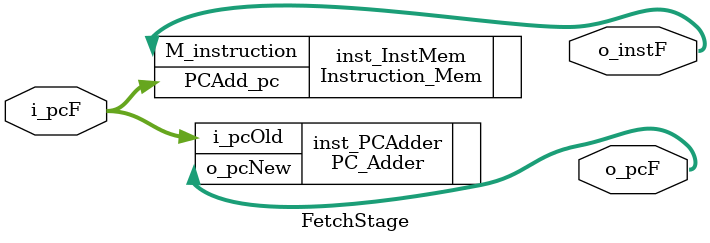
<source format=v>
module FetchStage(
    input   [11:0]      i_pcF,
    output  [11:0]      o_pcF,
    output  [15:0]      o_instF
);//PC behavior

PC_Adder    inst_PCAdder(
    .i_pcOld(i_pcF),
    .o_pcNew(o_pcF)
);

Instruction_Mem     inst_InstMem(
    .PCAdd_pc(i_pcF),
    .M_instruction(o_instF)
);

endmodule
</source>
